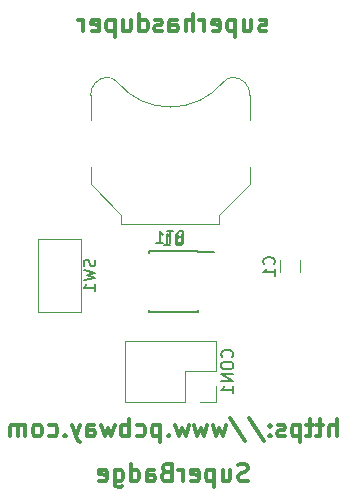
<source format=gbo>
G04 #@! TF.GenerationSoftware,KiCad,Pcbnew,(5.1.0-0)*
G04 #@! TF.CreationDate,2019-09-27T23:47:09+01:00*
G04 #@! TF.ProjectId,badge,62616467-652e-46b6-9963-61645f706362,rev?*
G04 #@! TF.SameCoordinates,Original*
G04 #@! TF.FileFunction,Legend,Bot*
G04 #@! TF.FilePolarity,Positive*
%FSLAX46Y46*%
G04 Gerber Fmt 4.6, Leading zero omitted, Abs format (unit mm)*
G04 Created by KiCad (PCBNEW (5.1.0-0)) date 2019-09-27 23:47:09*
%MOMM*%
%LPD*%
G04 APERTURE LIST*
%ADD10C,0.300000*%
%ADD11C,0.120000*%
%ADD12C,0.150000*%
G04 APERTURE END LIST*
D10*
X217442857Y-56487142D02*
X217300000Y-56558571D01*
X217014285Y-56558571D01*
X216871428Y-56487142D01*
X216800000Y-56344285D01*
X216800000Y-56272857D01*
X216871428Y-56130000D01*
X217014285Y-56058571D01*
X217228571Y-56058571D01*
X217371428Y-55987142D01*
X217442857Y-55844285D01*
X217442857Y-55772857D01*
X217371428Y-55630000D01*
X217228571Y-55558571D01*
X217014285Y-55558571D01*
X216871428Y-55630000D01*
X215514285Y-55558571D02*
X215514285Y-56558571D01*
X216157142Y-55558571D02*
X216157142Y-56344285D01*
X216085714Y-56487142D01*
X215942857Y-56558571D01*
X215728571Y-56558571D01*
X215585714Y-56487142D01*
X215514285Y-56415714D01*
X214800000Y-55558571D02*
X214800000Y-57058571D01*
X214800000Y-55630000D02*
X214657142Y-55558571D01*
X214371428Y-55558571D01*
X214228571Y-55630000D01*
X214157142Y-55701428D01*
X214085714Y-55844285D01*
X214085714Y-56272857D01*
X214157142Y-56415714D01*
X214228571Y-56487142D01*
X214371428Y-56558571D01*
X214657142Y-56558571D01*
X214800000Y-56487142D01*
X212871428Y-56487142D02*
X213014285Y-56558571D01*
X213300000Y-56558571D01*
X213442857Y-56487142D01*
X213514285Y-56344285D01*
X213514285Y-55772857D01*
X213442857Y-55630000D01*
X213300000Y-55558571D01*
X213014285Y-55558571D01*
X212871428Y-55630000D01*
X212800000Y-55772857D01*
X212800000Y-55915714D01*
X213514285Y-56058571D01*
X212157142Y-56558571D02*
X212157142Y-55558571D01*
X212157142Y-55844285D02*
X212085714Y-55701428D01*
X212014285Y-55630000D01*
X211871428Y-55558571D01*
X211728571Y-55558571D01*
X211228571Y-56558571D02*
X211228571Y-55058571D01*
X210585714Y-56558571D02*
X210585714Y-55772857D01*
X210657142Y-55630000D01*
X210800000Y-55558571D01*
X211014285Y-55558571D01*
X211157142Y-55630000D01*
X211228571Y-55701428D01*
X209228571Y-56558571D02*
X209228571Y-55772857D01*
X209300000Y-55630000D01*
X209442857Y-55558571D01*
X209728571Y-55558571D01*
X209871428Y-55630000D01*
X209228571Y-56487142D02*
X209371428Y-56558571D01*
X209728571Y-56558571D01*
X209871428Y-56487142D01*
X209942857Y-56344285D01*
X209942857Y-56201428D01*
X209871428Y-56058571D01*
X209728571Y-55987142D01*
X209371428Y-55987142D01*
X209228571Y-55915714D01*
X208585714Y-56487142D02*
X208442857Y-56558571D01*
X208157142Y-56558571D01*
X208014285Y-56487142D01*
X207942857Y-56344285D01*
X207942857Y-56272857D01*
X208014285Y-56130000D01*
X208157142Y-56058571D01*
X208371428Y-56058571D01*
X208514285Y-55987142D01*
X208585714Y-55844285D01*
X208585714Y-55772857D01*
X208514285Y-55630000D01*
X208371428Y-55558571D01*
X208157142Y-55558571D01*
X208014285Y-55630000D01*
X206657142Y-56558571D02*
X206657142Y-55058571D01*
X206657142Y-56487142D02*
X206800000Y-56558571D01*
X207085714Y-56558571D01*
X207228571Y-56487142D01*
X207300000Y-56415714D01*
X207371428Y-56272857D01*
X207371428Y-55844285D01*
X207300000Y-55701428D01*
X207228571Y-55630000D01*
X207085714Y-55558571D01*
X206800000Y-55558571D01*
X206657142Y-55630000D01*
X205300000Y-55558571D02*
X205300000Y-56558571D01*
X205942857Y-55558571D02*
X205942857Y-56344285D01*
X205871428Y-56487142D01*
X205728571Y-56558571D01*
X205514285Y-56558571D01*
X205371428Y-56487142D01*
X205300000Y-56415714D01*
X204585714Y-55558571D02*
X204585714Y-57058571D01*
X204585714Y-55630000D02*
X204442857Y-55558571D01*
X204157142Y-55558571D01*
X204014285Y-55630000D01*
X203942857Y-55701428D01*
X203871428Y-55844285D01*
X203871428Y-56272857D01*
X203942857Y-56415714D01*
X204014285Y-56487142D01*
X204157142Y-56558571D01*
X204442857Y-56558571D01*
X204585714Y-56487142D01*
X202657142Y-56487142D02*
X202800000Y-56558571D01*
X203085714Y-56558571D01*
X203228571Y-56487142D01*
X203300000Y-56344285D01*
X203300000Y-55772857D01*
X203228571Y-55630000D01*
X203085714Y-55558571D01*
X202800000Y-55558571D01*
X202657142Y-55630000D01*
X202585714Y-55772857D01*
X202585714Y-55915714D01*
X203300000Y-56058571D01*
X201942857Y-56558571D02*
X201942857Y-55558571D01*
X201942857Y-55844285D02*
X201871428Y-55701428D01*
X201800000Y-55630000D01*
X201657142Y-55558571D01*
X201514285Y-55558571D01*
X215871428Y-94587142D02*
X215657142Y-94658571D01*
X215300000Y-94658571D01*
X215157142Y-94587142D01*
X215085714Y-94515714D01*
X215014285Y-94372857D01*
X215014285Y-94230000D01*
X215085714Y-94087142D01*
X215157142Y-94015714D01*
X215300000Y-93944285D01*
X215585714Y-93872857D01*
X215728571Y-93801428D01*
X215800000Y-93730000D01*
X215871428Y-93587142D01*
X215871428Y-93444285D01*
X215800000Y-93301428D01*
X215728571Y-93230000D01*
X215585714Y-93158571D01*
X215228571Y-93158571D01*
X215014285Y-93230000D01*
X213728571Y-93658571D02*
X213728571Y-94658571D01*
X214371428Y-93658571D02*
X214371428Y-94444285D01*
X214300000Y-94587142D01*
X214157142Y-94658571D01*
X213942857Y-94658571D01*
X213800000Y-94587142D01*
X213728571Y-94515714D01*
X213014285Y-93658571D02*
X213014285Y-95158571D01*
X213014285Y-93730000D02*
X212871428Y-93658571D01*
X212585714Y-93658571D01*
X212442857Y-93730000D01*
X212371428Y-93801428D01*
X212300000Y-93944285D01*
X212300000Y-94372857D01*
X212371428Y-94515714D01*
X212442857Y-94587142D01*
X212585714Y-94658571D01*
X212871428Y-94658571D01*
X213014285Y-94587142D01*
X211085714Y-94587142D02*
X211228571Y-94658571D01*
X211514285Y-94658571D01*
X211657142Y-94587142D01*
X211728571Y-94444285D01*
X211728571Y-93872857D01*
X211657142Y-93730000D01*
X211514285Y-93658571D01*
X211228571Y-93658571D01*
X211085714Y-93730000D01*
X211014285Y-93872857D01*
X211014285Y-94015714D01*
X211728571Y-94158571D01*
X210371428Y-94658571D02*
X210371428Y-93658571D01*
X210371428Y-93944285D02*
X210300000Y-93801428D01*
X210228571Y-93730000D01*
X210085714Y-93658571D01*
X209942857Y-93658571D01*
X208942857Y-93872857D02*
X208728571Y-93944285D01*
X208657142Y-94015714D01*
X208585714Y-94158571D01*
X208585714Y-94372857D01*
X208657142Y-94515714D01*
X208728571Y-94587142D01*
X208871428Y-94658571D01*
X209442857Y-94658571D01*
X209442857Y-93158571D01*
X208942857Y-93158571D01*
X208800000Y-93230000D01*
X208728571Y-93301428D01*
X208657142Y-93444285D01*
X208657142Y-93587142D01*
X208728571Y-93730000D01*
X208800000Y-93801428D01*
X208942857Y-93872857D01*
X209442857Y-93872857D01*
X207300000Y-94658571D02*
X207300000Y-93872857D01*
X207371428Y-93730000D01*
X207514285Y-93658571D01*
X207800000Y-93658571D01*
X207942857Y-93730000D01*
X207300000Y-94587142D02*
X207442857Y-94658571D01*
X207800000Y-94658571D01*
X207942857Y-94587142D01*
X208014285Y-94444285D01*
X208014285Y-94301428D01*
X207942857Y-94158571D01*
X207800000Y-94087142D01*
X207442857Y-94087142D01*
X207300000Y-94015714D01*
X205942857Y-94658571D02*
X205942857Y-93158571D01*
X205942857Y-94587142D02*
X206085714Y-94658571D01*
X206371428Y-94658571D01*
X206514285Y-94587142D01*
X206585714Y-94515714D01*
X206657142Y-94372857D01*
X206657142Y-93944285D01*
X206585714Y-93801428D01*
X206514285Y-93730000D01*
X206371428Y-93658571D01*
X206085714Y-93658571D01*
X205942857Y-93730000D01*
X204585714Y-93658571D02*
X204585714Y-94872857D01*
X204657142Y-95015714D01*
X204728571Y-95087142D01*
X204871428Y-95158571D01*
X205085714Y-95158571D01*
X205228571Y-95087142D01*
X204585714Y-94587142D02*
X204728571Y-94658571D01*
X205014285Y-94658571D01*
X205157142Y-94587142D01*
X205228571Y-94515714D01*
X205300000Y-94372857D01*
X205300000Y-93944285D01*
X205228571Y-93801428D01*
X205157142Y-93730000D01*
X205014285Y-93658571D01*
X204728571Y-93658571D01*
X204585714Y-93730000D01*
X203300000Y-94587142D02*
X203442857Y-94658571D01*
X203728571Y-94658571D01*
X203871428Y-94587142D01*
X203942857Y-94444285D01*
X203942857Y-93872857D01*
X203871428Y-93730000D01*
X203728571Y-93658571D01*
X203442857Y-93658571D01*
X203300000Y-93730000D01*
X203228571Y-93872857D01*
X203228571Y-94015714D01*
X203942857Y-94158571D01*
X223371428Y-90848571D02*
X223371428Y-89348571D01*
X222728571Y-90848571D02*
X222728571Y-90062857D01*
X222800000Y-89920000D01*
X222942857Y-89848571D01*
X223157142Y-89848571D01*
X223300000Y-89920000D01*
X223371428Y-89991428D01*
X222228571Y-89848571D02*
X221657142Y-89848571D01*
X222014285Y-89348571D02*
X222014285Y-90634285D01*
X221942857Y-90777142D01*
X221800000Y-90848571D01*
X221657142Y-90848571D01*
X221371428Y-89848571D02*
X220800000Y-89848571D01*
X221157142Y-89348571D02*
X221157142Y-90634285D01*
X221085714Y-90777142D01*
X220942857Y-90848571D01*
X220800000Y-90848571D01*
X220300000Y-89848571D02*
X220300000Y-91348571D01*
X220300000Y-89920000D02*
X220157142Y-89848571D01*
X219871428Y-89848571D01*
X219728571Y-89920000D01*
X219657142Y-89991428D01*
X219585714Y-90134285D01*
X219585714Y-90562857D01*
X219657142Y-90705714D01*
X219728571Y-90777142D01*
X219871428Y-90848571D01*
X220157142Y-90848571D01*
X220300000Y-90777142D01*
X219014285Y-90777142D02*
X218871428Y-90848571D01*
X218585714Y-90848571D01*
X218442857Y-90777142D01*
X218371428Y-90634285D01*
X218371428Y-90562857D01*
X218442857Y-90420000D01*
X218585714Y-90348571D01*
X218800000Y-90348571D01*
X218942857Y-90277142D01*
X219014285Y-90134285D01*
X219014285Y-90062857D01*
X218942857Y-89920000D01*
X218800000Y-89848571D01*
X218585714Y-89848571D01*
X218442857Y-89920000D01*
X217728571Y-90705714D02*
X217657142Y-90777142D01*
X217728571Y-90848571D01*
X217800000Y-90777142D01*
X217728571Y-90705714D01*
X217728571Y-90848571D01*
X217728571Y-89920000D02*
X217657142Y-89991428D01*
X217728571Y-90062857D01*
X217800000Y-89991428D01*
X217728571Y-89920000D01*
X217728571Y-90062857D01*
X215942857Y-89277142D02*
X217228571Y-91205714D01*
X214371428Y-89277142D02*
X215657142Y-91205714D01*
X214014285Y-89848571D02*
X213728571Y-90848571D01*
X213442857Y-90134285D01*
X213157142Y-90848571D01*
X212871428Y-89848571D01*
X212442857Y-89848571D02*
X212157142Y-90848571D01*
X211871428Y-90134285D01*
X211585714Y-90848571D01*
X211300000Y-89848571D01*
X210871428Y-89848571D02*
X210585714Y-90848571D01*
X210300000Y-90134285D01*
X210014285Y-90848571D01*
X209728571Y-89848571D01*
X209157142Y-90705714D02*
X209085714Y-90777142D01*
X209157142Y-90848571D01*
X209228571Y-90777142D01*
X209157142Y-90705714D01*
X209157142Y-90848571D01*
X208442857Y-89848571D02*
X208442857Y-91348571D01*
X208442857Y-89920000D02*
X208300000Y-89848571D01*
X208014285Y-89848571D01*
X207871428Y-89920000D01*
X207800000Y-89991428D01*
X207728571Y-90134285D01*
X207728571Y-90562857D01*
X207800000Y-90705714D01*
X207871428Y-90777142D01*
X208014285Y-90848571D01*
X208300000Y-90848571D01*
X208442857Y-90777142D01*
X206442857Y-90777142D02*
X206585714Y-90848571D01*
X206871428Y-90848571D01*
X207014285Y-90777142D01*
X207085714Y-90705714D01*
X207157142Y-90562857D01*
X207157142Y-90134285D01*
X207085714Y-89991428D01*
X207014285Y-89920000D01*
X206871428Y-89848571D01*
X206585714Y-89848571D01*
X206442857Y-89920000D01*
X205800000Y-90848571D02*
X205800000Y-89348571D01*
X205800000Y-89920000D02*
X205657142Y-89848571D01*
X205371428Y-89848571D01*
X205228571Y-89920000D01*
X205157142Y-89991428D01*
X205085714Y-90134285D01*
X205085714Y-90562857D01*
X205157142Y-90705714D01*
X205228571Y-90777142D01*
X205371428Y-90848571D01*
X205657142Y-90848571D01*
X205800000Y-90777142D01*
X204585714Y-89848571D02*
X204300000Y-90848571D01*
X204014285Y-90134285D01*
X203728571Y-90848571D01*
X203442857Y-89848571D01*
X202228571Y-90848571D02*
X202228571Y-90062857D01*
X202300000Y-89920000D01*
X202442857Y-89848571D01*
X202728571Y-89848571D01*
X202871428Y-89920000D01*
X202228571Y-90777142D02*
X202371428Y-90848571D01*
X202728571Y-90848571D01*
X202871428Y-90777142D01*
X202942857Y-90634285D01*
X202942857Y-90491428D01*
X202871428Y-90348571D01*
X202728571Y-90277142D01*
X202371428Y-90277142D01*
X202228571Y-90205714D01*
X201657142Y-89848571D02*
X201300000Y-90848571D01*
X200942857Y-89848571D02*
X201300000Y-90848571D01*
X201442857Y-91205714D01*
X201514285Y-91277142D01*
X201657142Y-91348571D01*
X200371428Y-90705714D02*
X200300000Y-90777142D01*
X200371428Y-90848571D01*
X200442857Y-90777142D01*
X200371428Y-90705714D01*
X200371428Y-90848571D01*
X199014285Y-90777142D02*
X199157142Y-90848571D01*
X199442857Y-90848571D01*
X199585714Y-90777142D01*
X199657142Y-90705714D01*
X199728571Y-90562857D01*
X199728571Y-90134285D01*
X199657142Y-89991428D01*
X199585714Y-89920000D01*
X199442857Y-89848571D01*
X199157142Y-89848571D01*
X199014285Y-89920000D01*
X198157142Y-90848571D02*
X198300000Y-90777142D01*
X198371428Y-90705714D01*
X198442857Y-90562857D01*
X198442857Y-90134285D01*
X198371428Y-89991428D01*
X198300000Y-89920000D01*
X198157142Y-89848571D01*
X197942857Y-89848571D01*
X197800000Y-89920000D01*
X197728571Y-89991428D01*
X197657142Y-90134285D01*
X197657142Y-90562857D01*
X197728571Y-90705714D01*
X197800000Y-90777142D01*
X197942857Y-90848571D01*
X198157142Y-90848571D01*
X197014285Y-90848571D02*
X197014285Y-89848571D01*
X197014285Y-89991428D02*
X196942857Y-89920000D01*
X196800000Y-89848571D01*
X196585714Y-89848571D01*
X196442857Y-89920000D01*
X196371428Y-90062857D01*
X196371428Y-90848571D01*
X196371428Y-90062857D02*
X196300000Y-89920000D01*
X196157142Y-89848571D01*
X195942857Y-89848571D01*
X195800000Y-89920000D01*
X195728571Y-90062857D01*
X195728571Y-90848571D01*
D11*
X205426000Y-87944000D02*
X205426000Y-82744000D01*
X210566000Y-87944000D02*
X205426000Y-87944000D01*
X213166000Y-82744000D02*
X205426000Y-82744000D01*
X210566000Y-87944000D02*
X210566000Y-85344000D01*
X210566000Y-85344000D02*
X213166000Y-85344000D01*
X213166000Y-85344000D02*
X213166000Y-82744000D01*
X211836000Y-87944000D02*
X213166000Y-87944000D01*
X213166000Y-87944000D02*
X213166000Y-86614000D01*
X214710615Y-60455840D02*
G75*
G03X213796000Y-60840000I-124615J-984160D01*
G01*
X203881385Y-60455840D02*
G75*
G02X204796000Y-60840000I124615J-984160D01*
G01*
X213786661Y-60851329D02*
G75*
G02X204796000Y-60840000I-4490661J3711329D01*
G01*
X216046000Y-61990000D02*
G75*
G03X214596000Y-60440000I-1500000J50000D01*
G01*
X202546000Y-61990000D02*
G75*
G02X203996000Y-60440000I1500000J50000D01*
G01*
X216046000Y-64040000D02*
X216046000Y-61940000D01*
X202546000Y-64040000D02*
X202546000Y-61940000D01*
X202546000Y-68040000D02*
X202546000Y-69490000D01*
X202546000Y-69490000D02*
X205146000Y-72090000D01*
X205146000Y-72090000D02*
X205146000Y-72890000D01*
X205146000Y-72890000D02*
X213446000Y-72890000D01*
X213446000Y-72890000D02*
X213446000Y-72090000D01*
X213446000Y-72090000D02*
X216046000Y-69490000D01*
X216046000Y-69490000D02*
X216046000Y-68040000D01*
X218606000Y-76954000D02*
X218606000Y-75954000D01*
X220306000Y-75954000D02*
X220306000Y-76954000D01*
X201708000Y-80276000D02*
X201708000Y-74156000D01*
X201708000Y-74156000D02*
X198088000Y-74156000D01*
X198088000Y-74156000D02*
X198088000Y-80276000D01*
X198088000Y-80276000D02*
X201708000Y-80276000D01*
D12*
X211625000Y-75149000D02*
X211625000Y-75199000D01*
X207475000Y-75149000D02*
X207475000Y-75294000D01*
X207475000Y-80299000D02*
X207475000Y-80154000D01*
X211625000Y-80299000D02*
X211625000Y-80154000D01*
X211625000Y-75149000D02*
X207475000Y-75149000D01*
X211625000Y-80299000D02*
X207475000Y-80299000D01*
X211625000Y-75199000D02*
X213025000Y-75199000D01*
X214523142Y-84129714D02*
X214570761Y-84082095D01*
X214618380Y-83939238D01*
X214618380Y-83844000D01*
X214570761Y-83701142D01*
X214475523Y-83605904D01*
X214380285Y-83558285D01*
X214189809Y-83510666D01*
X214046952Y-83510666D01*
X213856476Y-83558285D01*
X213761238Y-83605904D01*
X213666000Y-83701142D01*
X213618380Y-83844000D01*
X213618380Y-83939238D01*
X213666000Y-84082095D01*
X213713619Y-84129714D01*
X213618380Y-84748761D02*
X213618380Y-84939238D01*
X213666000Y-85034476D01*
X213761238Y-85129714D01*
X213951714Y-85177333D01*
X214285047Y-85177333D01*
X214475523Y-85129714D01*
X214570761Y-85034476D01*
X214618380Y-84939238D01*
X214618380Y-84748761D01*
X214570761Y-84653523D01*
X214475523Y-84558285D01*
X214285047Y-84510666D01*
X213951714Y-84510666D01*
X213761238Y-84558285D01*
X213666000Y-84653523D01*
X213618380Y-84748761D01*
X214618380Y-85605904D02*
X213618380Y-85605904D01*
X214618380Y-86177333D01*
X213618380Y-86177333D01*
X214618380Y-87177333D02*
X214618380Y-86605904D01*
X214618380Y-86891619D02*
X213618380Y-86891619D01*
X213761238Y-86796380D01*
X213856476Y-86701142D01*
X213904095Y-86605904D01*
X210081714Y-73968571D02*
X209938857Y-74016190D01*
X209891238Y-74063809D01*
X209843619Y-74159047D01*
X209843619Y-74301904D01*
X209891238Y-74397142D01*
X209938857Y-74444761D01*
X210034095Y-74492380D01*
X210415047Y-74492380D01*
X210415047Y-73492380D01*
X210081714Y-73492380D01*
X209986476Y-73540000D01*
X209938857Y-73587619D01*
X209891238Y-73682857D01*
X209891238Y-73778095D01*
X209938857Y-73873333D01*
X209986476Y-73920952D01*
X210081714Y-73968571D01*
X210415047Y-73968571D01*
X209557904Y-73492380D02*
X208986476Y-73492380D01*
X209272190Y-74492380D02*
X209272190Y-73492380D01*
X208129333Y-74492380D02*
X208700761Y-74492380D01*
X208415047Y-74492380D02*
X208415047Y-73492380D01*
X208510285Y-73635238D01*
X208605523Y-73730476D01*
X208700761Y-73778095D01*
X218063142Y-76287333D02*
X218110761Y-76239714D01*
X218158380Y-76096857D01*
X218158380Y-76001619D01*
X218110761Y-75858761D01*
X218015523Y-75763523D01*
X217920285Y-75715904D01*
X217729809Y-75668285D01*
X217586952Y-75668285D01*
X217396476Y-75715904D01*
X217301238Y-75763523D01*
X217206000Y-75858761D01*
X217158380Y-76001619D01*
X217158380Y-76096857D01*
X217206000Y-76239714D01*
X217253619Y-76287333D01*
X218158380Y-77239714D02*
X218158380Y-76668285D01*
X218158380Y-76954000D02*
X217158380Y-76954000D01*
X217301238Y-76858761D01*
X217396476Y-76763523D01*
X217444095Y-76668285D01*
X202902761Y-75882666D02*
X202950380Y-76025523D01*
X202950380Y-76263619D01*
X202902761Y-76358857D01*
X202855142Y-76406476D01*
X202759904Y-76454095D01*
X202664666Y-76454095D01*
X202569428Y-76406476D01*
X202521809Y-76358857D01*
X202474190Y-76263619D01*
X202426571Y-76073142D01*
X202378952Y-75977904D01*
X202331333Y-75930285D01*
X202236095Y-75882666D01*
X202140857Y-75882666D01*
X202045619Y-75930285D01*
X201998000Y-75977904D01*
X201950380Y-76073142D01*
X201950380Y-76311238D01*
X201998000Y-76454095D01*
X201950380Y-76787428D02*
X202950380Y-77025523D01*
X202236095Y-77216000D01*
X202950380Y-77406476D01*
X201950380Y-77644571D01*
X202950380Y-78549333D02*
X202950380Y-77977904D01*
X202950380Y-78263619D02*
X201950380Y-78263619D01*
X202093238Y-78168380D01*
X202188476Y-78073142D01*
X202236095Y-77977904D01*
X210311904Y-73676380D02*
X210311904Y-74485904D01*
X210264285Y-74581142D01*
X210216666Y-74628761D01*
X210121428Y-74676380D01*
X209930952Y-74676380D01*
X209835714Y-74628761D01*
X209788095Y-74581142D01*
X209740476Y-74485904D01*
X209740476Y-73676380D01*
X208740476Y-74676380D02*
X209311904Y-74676380D01*
X209026190Y-74676380D02*
X209026190Y-73676380D01*
X209121428Y-73819238D01*
X209216666Y-73914476D01*
X209311904Y-73962095D01*
M02*

</source>
